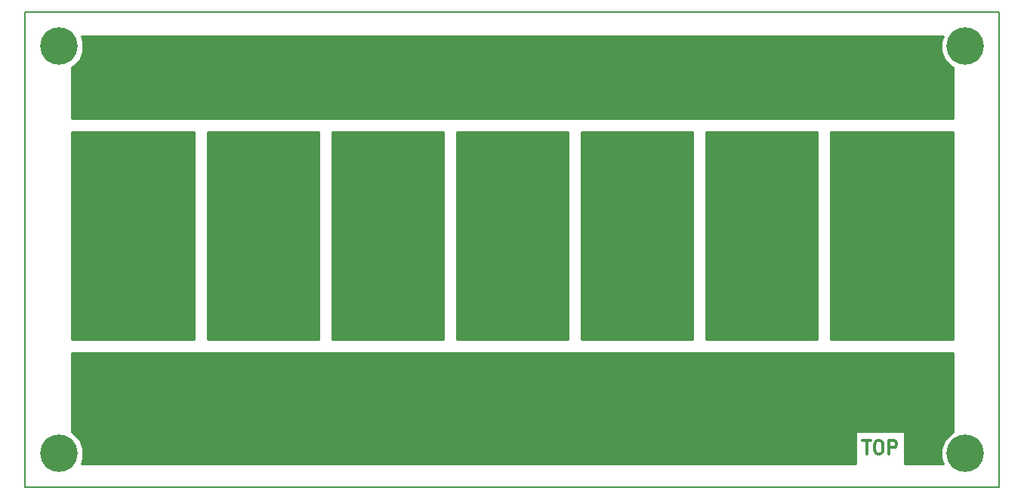
<source format=gbr>
G04 #@! TF.FileFunction,Copper,L1,Top,Signal*
%FSLAX46Y46*%
G04 Gerber Fmt 4.6, Leading zero omitted, Abs format (unit mm)*
G04 Created by KiCad (PCBNEW 4.0.6) date 06/20/17 17:05:56*
%MOMM*%
%LPD*%
G01*
G04 APERTURE LIST*
%ADD10C,0.100000*%
%ADD11C,0.150000*%
%ADD12C,0.300000*%
%ADD13C,4.200000*%
%ADD14C,4.572000*%
%ADD15C,2.500000*%
%ADD16C,0.250000*%
%ADD17C,0.254000*%
G04 APERTURE END LIST*
D10*
D11*
X210820000Y-140970000D02*
X208280000Y-140970000D01*
X208280000Y-87630000D02*
X210820000Y-87630000D01*
X104140000Y-87630000D02*
X101600000Y-87630000D01*
X104140000Y-140970000D02*
X101600000Y-140970000D01*
D12*
X195520714Y-135703571D02*
X196377857Y-135703571D01*
X195949286Y-137203571D02*
X195949286Y-135703571D01*
X197163571Y-135703571D02*
X197449285Y-135703571D01*
X197592143Y-135775000D01*
X197735000Y-135917857D01*
X197806428Y-136203571D01*
X197806428Y-136703571D01*
X197735000Y-136989286D01*
X197592143Y-137132143D01*
X197449285Y-137203571D01*
X197163571Y-137203571D01*
X197020714Y-137132143D01*
X196877857Y-136989286D01*
X196806428Y-136703571D01*
X196806428Y-136203571D01*
X196877857Y-135917857D01*
X197020714Y-135775000D01*
X197163571Y-135703571D01*
X198449286Y-137203571D02*
X198449286Y-135703571D01*
X199020714Y-135703571D01*
X199163572Y-135775000D01*
X199235000Y-135846429D01*
X199306429Y-135989286D01*
X199306429Y-136203571D01*
X199235000Y-136346429D01*
X199163572Y-136417857D01*
X199020714Y-136489286D01*
X198449286Y-136489286D01*
D11*
X101600000Y-140970000D02*
X101600000Y-87630000D01*
X208280000Y-140970000D02*
X104140000Y-140970000D01*
X210820000Y-87630000D02*
X210820000Y-140970000D01*
X104140000Y-87630000D02*
X208280000Y-87630000D01*
D13*
X105410000Y-137160000D03*
X207010000Y-91440000D03*
X207010000Y-137160000D03*
D14*
X198120000Y-104267000D03*
X198120000Y-96393000D03*
X184150000Y-104267000D03*
X184150000Y-96393000D03*
X170180000Y-104267000D03*
X170180000Y-96393000D03*
X156210000Y-104267000D03*
X156210000Y-96393000D03*
X142240000Y-104267000D03*
X142240000Y-96393000D03*
X128270000Y-104267000D03*
X128270000Y-96393000D03*
X114300000Y-104267000D03*
X114300000Y-96393000D03*
D15*
X116000000Y-118995000D03*
X112600000Y-118995000D03*
X116000000Y-132465000D03*
X112600000Y-132465000D03*
X129970000Y-118995000D03*
X126570000Y-118995000D03*
X129970000Y-132465000D03*
X126570000Y-132465000D03*
X143940000Y-118995000D03*
X140540000Y-118995000D03*
X143940000Y-132465000D03*
X140540000Y-132465000D03*
X157910000Y-118995000D03*
X154510000Y-118995000D03*
X157910000Y-132465000D03*
X154510000Y-132465000D03*
X171880000Y-118995000D03*
X168480000Y-118995000D03*
X171880000Y-132465000D03*
X168480000Y-132465000D03*
X185850000Y-118995000D03*
X182450000Y-118995000D03*
X185850000Y-132465000D03*
X182450000Y-132465000D03*
X199820000Y-118995000D03*
X196420000Y-118995000D03*
X199820000Y-132465000D03*
X196420000Y-132465000D03*
D13*
X105410000Y-91440000D03*
D16*
X198120000Y-104267000D02*
X198120000Y-117295000D01*
X198120000Y-117295000D02*
X199820000Y-118995000D01*
X198120000Y-117295000D02*
X199820000Y-118995000D01*
X126570000Y-132465000D02*
X129970000Y-132465000D01*
X129970000Y-132465000D02*
X140540000Y-132465000D01*
X140540000Y-132465000D02*
X143940000Y-132465000D01*
X143940000Y-132465000D02*
X154510000Y-132465000D01*
X154510000Y-132465000D02*
X157910000Y-132465000D01*
X157910000Y-132465000D02*
X168480000Y-132465000D01*
X168480000Y-132465000D02*
X171880000Y-132465000D01*
X171880000Y-132465000D02*
X182450000Y-132465000D01*
X182450000Y-132465000D02*
X185850000Y-132465000D01*
X185850000Y-132465000D02*
X196420000Y-132465000D01*
X196420000Y-132465000D02*
X199820000Y-132465000D01*
X116000000Y-132465000D02*
X126570000Y-132465000D01*
X185850000Y-118995000D02*
X182450000Y-118995000D01*
X184150000Y-104267000D02*
X184150000Y-117295000D01*
X184150000Y-117295000D02*
X185850000Y-118995000D01*
X171880000Y-118995000D02*
X168480000Y-118995000D01*
X170180000Y-104267000D02*
X170180000Y-117295000D01*
X170180000Y-117295000D02*
X171880000Y-118995000D01*
X157910000Y-118995000D02*
X154510000Y-118995000D01*
X156210000Y-104267000D02*
X156210000Y-117295000D01*
X156210000Y-117295000D02*
X157910000Y-118995000D01*
X143940000Y-118995000D02*
X140540000Y-118995000D01*
X142240000Y-104267000D02*
X142240000Y-117295000D01*
X142240000Y-117295000D02*
X143940000Y-118995000D01*
X129970000Y-118995000D02*
X126570000Y-118995000D01*
X128270000Y-104267000D02*
X128270000Y-117295000D01*
X128270000Y-117295000D02*
X129970000Y-118995000D01*
X116000000Y-118995000D02*
X112600000Y-118995000D01*
X114300000Y-104267000D02*
X114300000Y-117295000D01*
X114300000Y-117295000D02*
X116000000Y-118995000D01*
X198120000Y-96393000D02*
X184150000Y-96393000D01*
X114300000Y-96393000D02*
X128270000Y-96393000D01*
X128270000Y-96393000D02*
X142240000Y-96393000D01*
X142240000Y-96393000D02*
X156210000Y-96393000D01*
X156210000Y-96393000D02*
X170180000Y-96393000D01*
X170180000Y-96393000D02*
X184150000Y-96393000D01*
D17*
G36*
X205613000Y-134777955D02*
X205462771Y-134840028D01*
X204692732Y-135608724D01*
X204275476Y-136613588D01*
X204274526Y-137701638D01*
X204523004Y-138303000D01*
X200227143Y-138303000D01*
X200227143Y-134690000D01*
X194742857Y-134690000D01*
X194742857Y-138303000D01*
X107896799Y-138303000D01*
X108144524Y-137706412D01*
X108145474Y-136618362D01*
X107729972Y-135612771D01*
X106961276Y-134842732D01*
X106807000Y-134778671D01*
X106807000Y-125857000D01*
X205613000Y-125857000D01*
X205613000Y-134777955D01*
X205613000Y-134777955D01*
G37*
X205613000Y-134777955D02*
X205462771Y-134840028D01*
X204692732Y-135608724D01*
X204275476Y-136613588D01*
X204274526Y-137701638D01*
X204523004Y-138303000D01*
X200227143Y-138303000D01*
X200227143Y-134690000D01*
X194742857Y-134690000D01*
X194742857Y-138303000D01*
X107896799Y-138303000D01*
X108144524Y-137706412D01*
X108145474Y-136618362D01*
X107729972Y-135612771D01*
X106961276Y-134842732D01*
X106807000Y-134778671D01*
X106807000Y-125857000D01*
X205613000Y-125857000D01*
X205613000Y-134777955D01*
G36*
X120523000Y-124333000D02*
X106807000Y-124333000D01*
X106807000Y-101092000D01*
X120523000Y-101092000D01*
X120523000Y-124333000D01*
X120523000Y-124333000D01*
G37*
X120523000Y-124333000D02*
X106807000Y-124333000D01*
X106807000Y-101092000D01*
X120523000Y-101092000D01*
X120523000Y-124333000D01*
G36*
X134493000Y-124333000D02*
X122047000Y-124333000D01*
X122047000Y-101092000D01*
X134493000Y-101092000D01*
X134493000Y-124333000D01*
X134493000Y-124333000D01*
G37*
X134493000Y-124333000D02*
X122047000Y-124333000D01*
X122047000Y-101092000D01*
X134493000Y-101092000D01*
X134493000Y-124333000D01*
G36*
X148463000Y-124333000D02*
X136017000Y-124333000D01*
X136017000Y-101092000D01*
X148463000Y-101092000D01*
X148463000Y-124333000D01*
X148463000Y-124333000D01*
G37*
X148463000Y-124333000D02*
X136017000Y-124333000D01*
X136017000Y-101092000D01*
X148463000Y-101092000D01*
X148463000Y-124333000D01*
G36*
X162433000Y-124333000D02*
X149987000Y-124333000D01*
X149987000Y-101092000D01*
X162433000Y-101092000D01*
X162433000Y-124333000D01*
X162433000Y-124333000D01*
G37*
X162433000Y-124333000D02*
X149987000Y-124333000D01*
X149987000Y-101092000D01*
X162433000Y-101092000D01*
X162433000Y-124333000D01*
G36*
X176403000Y-124333000D02*
X163957000Y-124333000D01*
X163957000Y-101092000D01*
X176403000Y-101092000D01*
X176403000Y-124333000D01*
X176403000Y-124333000D01*
G37*
X176403000Y-124333000D02*
X163957000Y-124333000D01*
X163957000Y-101092000D01*
X176403000Y-101092000D01*
X176403000Y-124333000D01*
G36*
X190373000Y-124333000D02*
X177927000Y-124333000D01*
X177927000Y-101092000D01*
X190373000Y-101092000D01*
X190373000Y-124333000D01*
X190373000Y-124333000D01*
G37*
X190373000Y-124333000D02*
X177927000Y-124333000D01*
X177927000Y-101092000D01*
X190373000Y-101092000D01*
X190373000Y-124333000D01*
G36*
X205613000Y-124333000D02*
X191897000Y-124333000D01*
X191897000Y-101092000D01*
X205613000Y-101092000D01*
X205613000Y-124333000D01*
X205613000Y-124333000D01*
G37*
X205613000Y-124333000D02*
X191897000Y-124333000D01*
X191897000Y-101092000D01*
X205613000Y-101092000D01*
X205613000Y-124333000D01*
G36*
X204275476Y-90893588D02*
X204274526Y-91981638D01*
X204690028Y-92987229D01*
X205458724Y-93757268D01*
X205613000Y-93821329D01*
X205613000Y-99568000D01*
X106807000Y-99568000D01*
X106807000Y-93822045D01*
X106957229Y-93759972D01*
X107727268Y-92991276D01*
X108144524Y-91986412D01*
X108145474Y-90898362D01*
X107896996Y-90297000D01*
X204523201Y-90297000D01*
X204275476Y-90893588D01*
X204275476Y-90893588D01*
G37*
X204275476Y-90893588D02*
X204274526Y-91981638D01*
X204690028Y-92987229D01*
X205458724Y-93757268D01*
X205613000Y-93821329D01*
X205613000Y-99568000D01*
X106807000Y-99568000D01*
X106807000Y-93822045D01*
X106957229Y-93759972D01*
X107727268Y-92991276D01*
X108144524Y-91986412D01*
X108145474Y-90898362D01*
X107896996Y-90297000D01*
X204523201Y-90297000D01*
X204275476Y-90893588D01*
M02*

</source>
